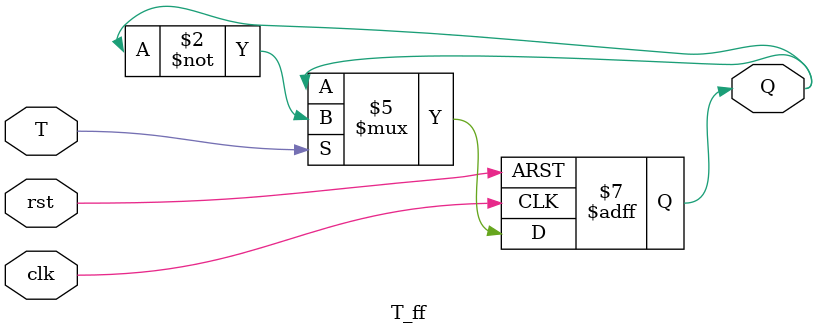
<source format=v>
module T_ff ( 
    input  wire clk, rst, T, 
    output reg Q     
); 
 
  initial begin 
     Q<=1'b0; 
  end 
   
   
  always @(posedge clk or posedge rst) begin 
  
        if (rst) 
            Q <= 1'b0;       // Reset 
        else if (T) 
            Q <= ~Q;         // Toggle if T=1 
        else 
            Q <= Q;          // Hold if T=0 
    end 
endmodule
</source>
